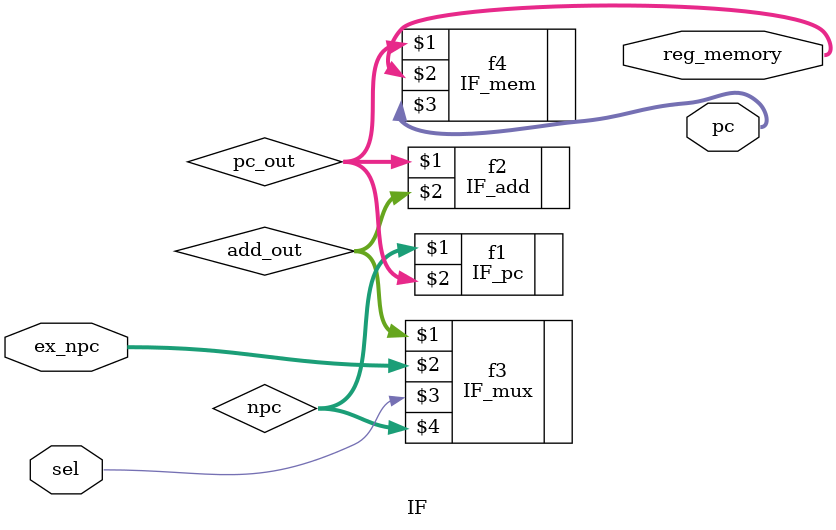
<source format=v>
`timescale 1ns / 1ps


module IF(ex_npc,sel,reg_memory,pc);
input [31:0]ex_npc;
input sel;
output [31:0]reg_memory;
output [31:0]pc;

wire [31:0]pc_out;
wire [31:0]add_out;
wire [31:0]npc;

IF_mux f3(add_out,ex_npc,sel,npc);
IF_pc f1(npc,pc_out);
IF_add f2(pc_out,add_out);
IF_mem f4(pc_out,reg_memory,pc);
endmodule

</source>
